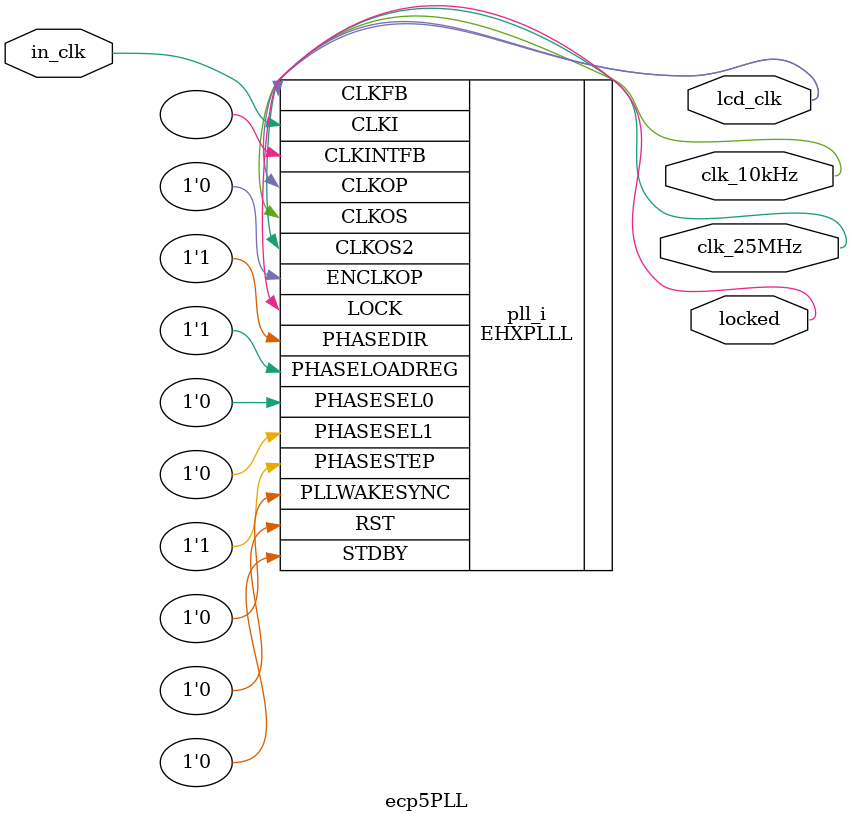
<source format=v>
module ecp5PLL (
    input in_clk,           // 12 MHz input
    output lcd_clk,         // 48 MHz
    output clk_10kHz,       // 0.01 MHz
    output clk_25MHz,       // 25 MHz
    output locked
);
(* FREQUENCY_PIN_CLKI="12" *)
(* FREQUENCY_PIN_CLKOP="48" *)
(* FREQUENCY_PIN_CLKOS="0.01" *)
(* FREQUENCY_PIN_CLKOS2="25" *)
(* ICP_CURRENT="12" *) 
(* LPF_RESISTOR="8" *) 
(* MFG_ENABLE_FILTEROPAMP="1" *) 
(* MFG_GMCREF_SEL="2" *)
EHXPLLL #(
    .PLLRST_ENA("DISABLED"),
    .INTFB_WAKE("DISABLED"),
    .STDBY_ENABLE("DISABLED"),
    .DPHASE_SOURCE("DISABLED"),
    .OUTDIVIDER_MUXA("DIVA"),
    .OUTDIVIDER_MUXB("DIVB"),
    .OUTDIVIDER_MUXC("DIVC"),
    .OUTDIVIDER_MUXD("DIVD"),
    .CLKI_DIV(1),
    .CLKOP_ENABLE("ENABLED"),
    .CLKOP_DIV(6),
    .CLKOP_CPHASE(2),
    .CLKOP_FPHASE(0),
    .CLKOS_ENABLE("ENABLED"),
    .CLKOS_DIV(30000),
    .CLKOS_CPHASE(5),
    .CLKOS_FPHASE(0),
    .CLKOS2_ENABLE("ENABLED"),
    .CLKOS2_DIV(12),
    .CLKOS2_CPHASE(5),
    .CLKOS2_FPHASE(0),
    .FEEDBK_PATH("CLKOP"),
    .CLKFB_DIV(25)
) pll_i (
    .RST(1'b0),
    .STDBY(1'b0),
    .CLKI(in_clk),
    .CLKOP(lcd_clk),
    .CLKOS(clk_10kHz),
    .CLKOS2(clk_25MHz),
    .CLKFB(lcd_clk),
    .CLKINTFB(),
    .PHASESEL0(1'b0),
    .PHASESEL1(1'b0),
    .PHASEDIR(1'b1),
    .PHASESTEP(1'b1),
    .PHASELOADREG(1'b1),
    .PLLWAKESYNC(1'b0),
    .ENCLKOP(1'b0),
    .LOCK(locked)
);
endmodule

</source>
